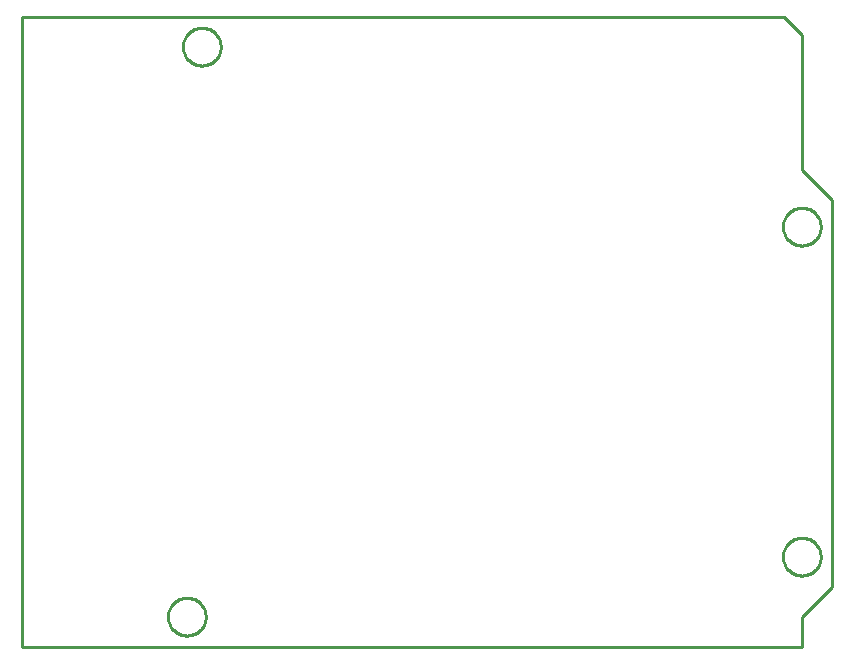
<source format=gbr>
G04 EAGLE Gerber RS-274X export*
G75*
%MOMM*%
%FSLAX34Y34*%
%LPD*%
%IN*%
%IPPOS*%
%AMOC8*
5,1,8,0,0,1.08239X$1,22.5*%
G01*
%ADD10C,0.254000*%


D10*
X0Y0D02*
X660400Y0D01*
X660400Y25400D01*
X685800Y50800D01*
X685800Y378460D01*
X660400Y403860D01*
X660400Y518160D01*
X645160Y533400D01*
X0Y533400D01*
X0Y0D01*
X168400Y507476D02*
X168332Y506431D01*
X168195Y505392D01*
X167990Y504365D01*
X167719Y503353D01*
X167383Y502361D01*
X166982Y501393D01*
X166518Y500454D01*
X165995Y499546D01*
X165413Y498675D01*
X164775Y497844D01*
X164084Y497057D01*
X163343Y496316D01*
X162556Y495625D01*
X161725Y494988D01*
X160854Y494406D01*
X159946Y493882D01*
X159007Y493418D01*
X158039Y493017D01*
X157047Y492681D01*
X156035Y492410D01*
X155008Y492205D01*
X153969Y492069D01*
X152924Y492000D01*
X151876Y492000D01*
X150831Y492069D01*
X149792Y492205D01*
X148765Y492410D01*
X147753Y492681D01*
X146761Y493017D01*
X145793Y493418D01*
X144854Y493882D01*
X143946Y494406D01*
X143075Y494988D01*
X142244Y495625D01*
X141457Y496316D01*
X140716Y497057D01*
X140025Y497844D01*
X139388Y498675D01*
X138806Y499546D01*
X138282Y500454D01*
X137818Y501393D01*
X137417Y502361D01*
X137081Y503353D01*
X136810Y504365D01*
X136605Y505392D01*
X136469Y506431D01*
X136400Y507476D01*
X136400Y508524D01*
X136469Y509569D01*
X136605Y510608D01*
X136810Y511635D01*
X137081Y512647D01*
X137417Y513639D01*
X137818Y514607D01*
X138282Y515546D01*
X138806Y516454D01*
X139388Y517325D01*
X140025Y518156D01*
X140716Y518943D01*
X141457Y519684D01*
X142244Y520375D01*
X143075Y521013D01*
X143946Y521595D01*
X144854Y522118D01*
X145793Y522582D01*
X146761Y522983D01*
X147753Y523319D01*
X148765Y523590D01*
X149792Y523795D01*
X150831Y523932D01*
X151876Y524000D01*
X152924Y524000D01*
X153969Y523932D01*
X155008Y523795D01*
X156035Y523590D01*
X157047Y523319D01*
X158039Y522983D01*
X159007Y522582D01*
X159946Y522118D01*
X160854Y521595D01*
X161725Y521013D01*
X162556Y520375D01*
X163343Y519684D01*
X164084Y518943D01*
X164775Y518156D01*
X165413Y517325D01*
X165995Y516454D01*
X166518Y515546D01*
X166982Y514607D01*
X167383Y513639D01*
X167719Y512647D01*
X167990Y511635D01*
X168195Y510608D01*
X168332Y509569D01*
X168400Y508524D01*
X168400Y507476D01*
X155700Y24876D02*
X155632Y23831D01*
X155495Y22792D01*
X155290Y21765D01*
X155019Y20753D01*
X154683Y19761D01*
X154282Y18793D01*
X153818Y17854D01*
X153295Y16946D01*
X152713Y16075D01*
X152075Y15244D01*
X151384Y14457D01*
X150643Y13716D01*
X149856Y13025D01*
X149025Y12388D01*
X148154Y11806D01*
X147246Y11282D01*
X146307Y10818D01*
X145339Y10417D01*
X144347Y10081D01*
X143335Y9810D01*
X142308Y9605D01*
X141269Y9469D01*
X140224Y9400D01*
X139176Y9400D01*
X138131Y9469D01*
X137092Y9605D01*
X136065Y9810D01*
X135053Y10081D01*
X134061Y10417D01*
X133093Y10818D01*
X132154Y11282D01*
X131246Y11806D01*
X130375Y12388D01*
X129544Y13025D01*
X128757Y13716D01*
X128016Y14457D01*
X127325Y15244D01*
X126688Y16075D01*
X126106Y16946D01*
X125582Y17854D01*
X125118Y18793D01*
X124717Y19761D01*
X124381Y20753D01*
X124110Y21765D01*
X123905Y22792D01*
X123769Y23831D01*
X123700Y24876D01*
X123700Y25924D01*
X123769Y26969D01*
X123905Y28008D01*
X124110Y29035D01*
X124381Y30047D01*
X124717Y31039D01*
X125118Y32007D01*
X125582Y32946D01*
X126106Y33854D01*
X126688Y34725D01*
X127325Y35556D01*
X128016Y36343D01*
X128757Y37084D01*
X129544Y37775D01*
X130375Y38413D01*
X131246Y38995D01*
X132154Y39518D01*
X133093Y39982D01*
X134061Y40383D01*
X135053Y40719D01*
X136065Y40990D01*
X137092Y41195D01*
X138131Y41332D01*
X139176Y41400D01*
X140224Y41400D01*
X141269Y41332D01*
X142308Y41195D01*
X143335Y40990D01*
X144347Y40719D01*
X145339Y40383D01*
X146307Y39982D01*
X147246Y39518D01*
X148154Y38995D01*
X149025Y38413D01*
X149856Y37775D01*
X150643Y37084D01*
X151384Y36343D01*
X152075Y35556D01*
X152713Y34725D01*
X153295Y33854D01*
X153818Y32946D01*
X154282Y32007D01*
X154683Y31039D01*
X155019Y30047D01*
X155290Y29035D01*
X155495Y28008D01*
X155632Y26969D01*
X155700Y25924D01*
X155700Y24876D01*
X676400Y75676D02*
X676332Y74631D01*
X676195Y73592D01*
X675990Y72565D01*
X675719Y71553D01*
X675383Y70561D01*
X674982Y69593D01*
X674518Y68654D01*
X673995Y67746D01*
X673413Y66875D01*
X672775Y66044D01*
X672084Y65257D01*
X671343Y64516D01*
X670556Y63825D01*
X669725Y63188D01*
X668854Y62606D01*
X667946Y62082D01*
X667007Y61618D01*
X666039Y61217D01*
X665047Y60881D01*
X664035Y60610D01*
X663008Y60405D01*
X661969Y60269D01*
X660924Y60200D01*
X659876Y60200D01*
X658831Y60269D01*
X657792Y60405D01*
X656765Y60610D01*
X655753Y60881D01*
X654761Y61217D01*
X653793Y61618D01*
X652854Y62082D01*
X651946Y62606D01*
X651075Y63188D01*
X650244Y63825D01*
X649457Y64516D01*
X648716Y65257D01*
X648025Y66044D01*
X647388Y66875D01*
X646806Y67746D01*
X646282Y68654D01*
X645818Y69593D01*
X645417Y70561D01*
X645081Y71553D01*
X644810Y72565D01*
X644605Y73592D01*
X644469Y74631D01*
X644400Y75676D01*
X644400Y76724D01*
X644469Y77769D01*
X644605Y78808D01*
X644810Y79835D01*
X645081Y80847D01*
X645417Y81839D01*
X645818Y82807D01*
X646282Y83746D01*
X646806Y84654D01*
X647388Y85525D01*
X648025Y86356D01*
X648716Y87143D01*
X649457Y87884D01*
X650244Y88575D01*
X651075Y89213D01*
X651946Y89795D01*
X652854Y90318D01*
X653793Y90782D01*
X654761Y91183D01*
X655753Y91519D01*
X656765Y91790D01*
X657792Y91995D01*
X658831Y92132D01*
X659876Y92200D01*
X660924Y92200D01*
X661969Y92132D01*
X663008Y91995D01*
X664035Y91790D01*
X665047Y91519D01*
X666039Y91183D01*
X667007Y90782D01*
X667946Y90318D01*
X668854Y89795D01*
X669725Y89213D01*
X670556Y88575D01*
X671343Y87884D01*
X672084Y87143D01*
X672775Y86356D01*
X673413Y85525D01*
X673995Y84654D01*
X674518Y83746D01*
X674982Y82807D01*
X675383Y81839D01*
X675719Y80847D01*
X675990Y79835D01*
X676195Y78808D01*
X676332Y77769D01*
X676400Y76724D01*
X676400Y75676D01*
X676400Y355076D02*
X676332Y354031D01*
X676195Y352992D01*
X675990Y351965D01*
X675719Y350953D01*
X675383Y349961D01*
X674982Y348993D01*
X674518Y348054D01*
X673995Y347146D01*
X673413Y346275D01*
X672775Y345444D01*
X672084Y344657D01*
X671343Y343916D01*
X670556Y343225D01*
X669725Y342588D01*
X668854Y342006D01*
X667946Y341482D01*
X667007Y341018D01*
X666039Y340617D01*
X665047Y340281D01*
X664035Y340010D01*
X663008Y339805D01*
X661969Y339669D01*
X660924Y339600D01*
X659876Y339600D01*
X658831Y339669D01*
X657792Y339805D01*
X656765Y340010D01*
X655753Y340281D01*
X654761Y340617D01*
X653793Y341018D01*
X652854Y341482D01*
X651946Y342006D01*
X651075Y342588D01*
X650244Y343225D01*
X649457Y343916D01*
X648716Y344657D01*
X648025Y345444D01*
X647388Y346275D01*
X646806Y347146D01*
X646282Y348054D01*
X645818Y348993D01*
X645417Y349961D01*
X645081Y350953D01*
X644810Y351965D01*
X644605Y352992D01*
X644469Y354031D01*
X644400Y355076D01*
X644400Y356124D01*
X644469Y357169D01*
X644605Y358208D01*
X644810Y359235D01*
X645081Y360247D01*
X645417Y361239D01*
X645818Y362207D01*
X646282Y363146D01*
X646806Y364054D01*
X647388Y364925D01*
X648025Y365756D01*
X648716Y366543D01*
X649457Y367284D01*
X650244Y367975D01*
X651075Y368613D01*
X651946Y369195D01*
X652854Y369718D01*
X653793Y370182D01*
X654761Y370583D01*
X655753Y370919D01*
X656765Y371190D01*
X657792Y371395D01*
X658831Y371532D01*
X659876Y371600D01*
X660924Y371600D01*
X661969Y371532D01*
X663008Y371395D01*
X664035Y371190D01*
X665047Y370919D01*
X666039Y370583D01*
X667007Y370182D01*
X667946Y369718D01*
X668854Y369195D01*
X669725Y368613D01*
X670556Y367975D01*
X671343Y367284D01*
X672084Y366543D01*
X672775Y365756D01*
X673413Y364925D01*
X673995Y364054D01*
X674518Y363146D01*
X674982Y362207D01*
X675383Y361239D01*
X675719Y360247D01*
X675990Y359235D01*
X676195Y358208D01*
X676332Y357169D01*
X676400Y356124D01*
X676400Y355076D01*
M02*

</source>
